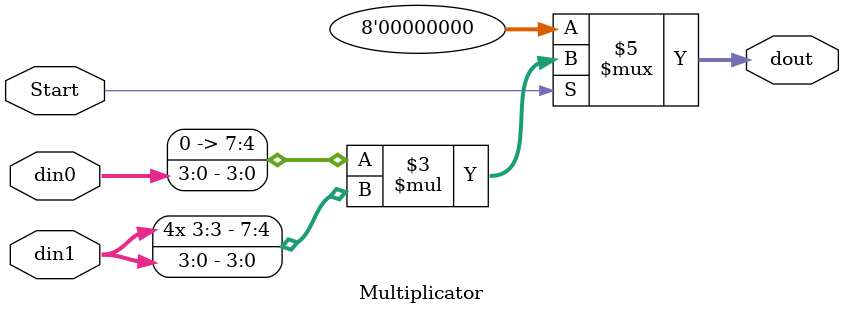
<source format=v>
`timescale 1ns / 1ps

module Multiplicator(Start, din0, din1, dout);
  parameter X = 4;
  input Start;
  input [X-1:0] din0;//Image´Â È­¼Ò°ªÀÌ¹Ç·Î ¾ç¼ö
  input signed [X-1:0] din1;//Filter´Â À½¼ö ¹× ¾ç¼ö °¡´É
  output reg signed [2*X-1:0] dout;//Xbit µÎ ¼öÀÇ °öÀº ÃÖ´ë 2*Xbit

  always @(*) begin
    if(!Start) dout = 0;//Start°¡ 0ÀÌ¸é dout 0À¸·Î ÃÊ±âÈ­
    else dout = $signed({1'b0, din0}) * $signed(din1);//Start°¡ 1ÀÌ¸é doutÀº  din0*din1
                                                      //unsignedÀÎ din0´Â signed bit¿¡ 0 »ðÀÔ
  end//always
endmodule

</source>
